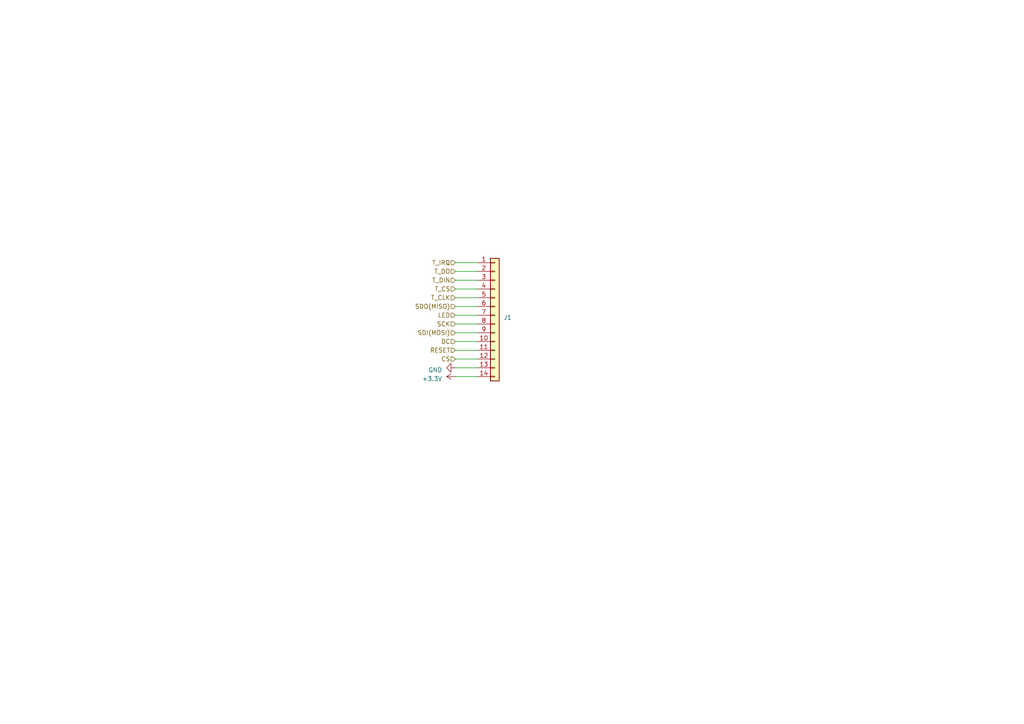
<source format=kicad_sch>
(kicad_sch (version 20230121) (generator eeschema)
  (paper "A4")
  (lib_symbols
    (symbol "Connector_Generic:Conn_01x14" (pin_names (offset 1.016) hide)
      (property "Reference" "J" (at 0 17.78 0))
      (property "Value" "Conn_01x14" (at 0 -20.32 0))
      (symbol "Conn_01x14_1_1"
        (rectangle (start -1.27 -17.653) (end 0 -17.907) (stroke (width 0.1524)))
        (rectangle (start -1.27 -15.113) (end 0 -15.367) (stroke (width 0.1524)))
        (rectangle (start -1.27 -12.573) (end 0 -12.827) (stroke (width 0.1524)))
        (rectangle (start -1.27 -10.033) (end 0 -10.287) (stroke (width 0.1524)))
        (rectangle (start -1.27 -7.493) (end 0 -7.747) (stroke (width 0.1524)))
        (rectangle (start -1.27 -4.953) (end 0 -5.207) (stroke (width 0.1524)))
        (rectangle (start -1.27 -2.413) (end 0 -2.667) (stroke (width 0.1524)))
        (rectangle (start -1.27 0.127) (end 0 -0.127) (stroke (width 0.1524)))
        (rectangle (start -1.27 2.667) (end 0 2.413) (stroke (width 0.1524)))
        (rectangle (start -1.27 5.207) (end 0 4.953) (stroke (width 0.1524)))
        (rectangle (start -1.27 7.747) (end 0 7.493) (stroke (width 0.1524)))
        (rectangle (start -1.27 10.287) (end 0 10.033) (stroke (width 0.1524)))
        (rectangle (start -1.27 12.827) (end 0 12.573) (stroke (width 0.1524)))
        (rectangle (start -1.27 15.367) (end 0 15.113) (stroke (width 0.1524)))
        (rectangle (start -1.27 16.51) (end 1.27 -19.05) (stroke (width 0.254)) (fill (type background)))
        (pin passive line (at -5.08 15.24 0) (length 3.81) (name "Pin_1") (number "1"))
        (pin passive line (at -5.08 -7.62 0) (length 3.81) (name "Pin_10") (number "10"))
        (pin passive line (at -5.08 -10.16 0) (length 3.81) (name "Pin_11") (number "11"))
        (pin passive line (at -5.08 -12.7 0) (length 3.81) (name "Pin_12") (number "12"))
        (pin passive line (at -5.08 -15.24 0) (length 3.81) (name "Pin_13") (number "13"))
        (pin passive line (at -5.08 -17.78 0) (length 3.81) (name "Pin_14") (number "14"))
        (pin passive line (at -5.08 12.7 0) (length 3.81) (name "Pin_2") (number "2"))
        (pin passive line (at -5.08 10.16 0) (length 3.81) (name "Pin_3") (number "3"))
        (pin passive line (at -5.08 7.62 0) (length 3.81) (name "Pin_4") (number "4"))
        (pin passive line (at -5.08 5.08 0) (length 3.81) (name "Pin_5") (number "5"))
        (pin passive line (at -5.08 2.54 0) (length 3.81) (name "Pin_6") (number "6"))
        (pin passive line (at -5.08 0 0) (length 3.81) (name "Pin_7") (number "7"))
        (pin passive line (at -5.08 -2.54 0) (length 3.81) (name "Pin_8") (number "8"))
        (pin passive line (at -5.08 -5.08 0) (length 3.81) (name "Pin_9") (number "9"))
      )
    )
    (symbol "power:+3.3V" (power) (pin_names (offset 0))
      (property "Value" "+3.3V" (at 0 3.556 0))
      (symbol "+3.3V_0_1"
        (polyline (pts (xy -0.762 1.27) (xy 0 2.54)))
        (polyline (pts (xy 0 0) (xy 0 2.54)))
        (polyline (pts (xy 0 2.54) (xy 0.762 1.27)))
      )
      (symbol "+3.3V_1_1"
        (pin power_in line (at 0 0 90) (length 0) hide (name "+3.3V") (number "1"))
      )
    )
    (symbol "power:GND" (power) (pin_names (offset 0))
      (property "Value" "GND" (at 0 -3.81 0))
      (symbol "GND_0_1"
        (polyline (pts (xy 0 0) (xy 0 -1.27) (xy 1.27 -1.27) (xy 0 -2.54) (xy -1.27 -1.27) (xy 0 -1.27)))
      )
      (symbol "GND_1_1"
        (pin power_in line (at 0 0 270) (length 0) hide (name "GND") (number "1"))
      )
    )
  )
  (wire (pts (xy 132.08 109.22) (xy 138.43 109.22)))
  (wire (pts (xy 132.08 104.14) (xy 138.43 104.14)))
  (wire (pts (xy 132.08 83.82) (xy 138.43 83.82)))
  (wire (pts (xy 132.08 88.9) (xy 138.43 88.9)))
  (wire (pts (xy 132.08 93.98) (xy 138.43 93.98)))
  (wire (pts (xy 132.08 101.6) (xy 138.43 101.6)))
  (wire (pts (xy 132.08 86.36) (xy 138.43 86.36)))
  (wire (pts (xy 132.08 78.74) (xy 138.43 78.74)))
  (wire (pts (xy 132.08 91.44) (xy 138.43 91.44)))
  (wire (pts (xy 132.08 81.28) (xy 138.43 81.28)))
  (wire (pts (xy 132.08 96.52) (xy 138.43 96.52)))
  (wire (pts (xy 132.08 99.06) (xy 138.43 99.06)))
  (wire (pts (xy 132.08 106.68) (xy 138.43 106.68)))
  (wire (pts (xy 132.08 76.2) (xy 138.43 76.2)))
  (hierarchical_label "RESET" (shape input) (at 132.08 101.6 180))
  (hierarchical_label "T_DO" (shape input) (at 132.08 78.74 180))
  (hierarchical_label "DC" (shape input) (at 132.08 99.06 180))
  (hierarchical_label "T_IRQ" (shape input) (at 132.08 76.2 180))
  (hierarchical_label "LED" (shape input) (at 132.08 91.44 180))
  (hierarchical_label "SDI(MOSI)" (shape input) (at 132.08 96.52 180))
  (hierarchical_label "T_CLK" (shape input) (at 132.08 86.36 180))
  (hierarchical_label "T_DIN" (shape input) (at 132.08 81.28 180))
  (hierarchical_label "T_CS" (shape input) (at 132.08 83.82 180))
  (hierarchical_label "SCK" (shape input) (at 132.08 93.98 180))
  (hierarchical_label "SDO(MISO)" (shape input) (at 132.08 88.9 180))
  (hierarchical_label "CS" (shape input) (at 132.08 104.14 180))
  (symbol (lib_id "Connector_Generic:Conn_01x14") (at 143.51 91.44 0) (unit 1)
    (property "Reference" "J1" (at 146.05 92.075 0) (effects (justify left)))
    (property "Value" "Conn_01x14" (effects hide))
    (property "Footprint" "Connector_IDC:IDC-Header_2x08-1MP_P2.54mm_Latch6.5mm_Vertical" (effects hide))
  )
  (symbol (lib_id "power:+3.3V") (at 132.08 109.22 90) (unit 1)
    (property "Reference" "#PWR032" (effects hide))
    (property "Value" "+3.3V" (at 128.27 109.855 90) (effects (justify left)))
  )
  (symbol (lib_id "power:GND") (at 132.08 106.68 270) (unit 1)
    (property "Reference" "#PWR031" (effects hide))
    (property "Value" "GND" (at 128.27 107.315 90) (effects (justify right)))
  )
)
</source>
